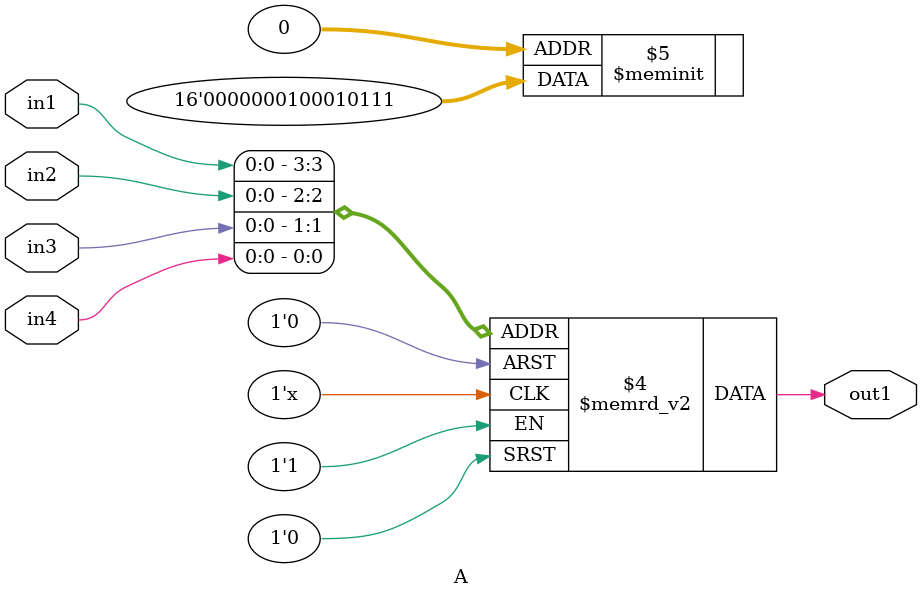
<source format=v>
module A(output out1,  input in1, in2, in3, in4);
  reg r_out;
  assign out = r_out;
  always@(in1,in2,in3,in4)
    begin
      case({in1,in2,in3,in4})
        4'b0000: {out1} = 1'b1;
        4'b0001: {out1} = 1'b1;
        4'b0010: {out1} = 1'b1;
        4'b0011: {out1} = 1'b0;
        4'b0100: {out1} = 1'b1;
        4'b0101: {out1} = 1'b0;
        4'b0110: {out1} = 1'b0;
        4'b0111: {out1} = 1'b0;
        4'b1000: {out1} = 1'b1;
        4'b1001: {out1} = 1'b0;
        4'b1010: {out1} = 1'b0;
        4'b1011: {out1} = 1'b0;
        4'b1100: {out1} = 1'b0;
        4'b1101: {out1} = 1'b0;
        4'b1110: {out1} = 1'b0;
        4'b1111: {out1} = 1'b0;
      endcase
    end
endmodule

</source>
